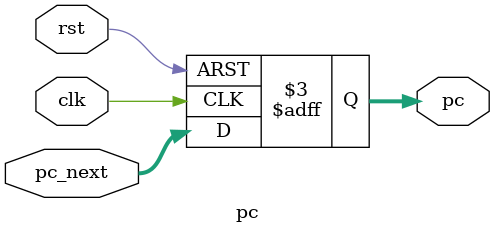
<source format=v>
module pc (
    input [31:0] pc_next,
    input clk,rst,
    output reg [31:0] pc
);
    // reg [31:0] pc;
    // assign pc_next = 32'b0;
always @(posedge clk or negedge rst) begin
    if (!rst) pc <= 32'b0;
    else 
    pc <= pc_next;    
end
endmodule  
</source>
